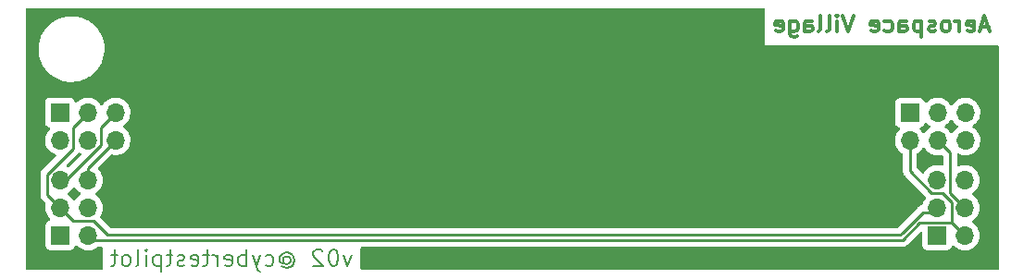
<source format=gbl>
%TF.GenerationSoftware,KiCad,Pcbnew,(6.0.4-0)*%
%TF.CreationDate,2022-05-11T16:28:23-04:00*%
%TF.ProjectId,Remove_Before_Flight,52656d6f-7665-45f4-9265-666f72655f46,v02*%
%TF.SameCoordinates,Original*%
%TF.FileFunction,Copper,L2,Bot*%
%TF.FilePolarity,Positive*%
%FSLAX46Y46*%
G04 Gerber Fmt 4.6, Leading zero omitted, Abs format (unit mm)*
G04 Created by KiCad (PCBNEW (6.0.4-0)) date 2022-05-11 16:28:23*
%MOMM*%
%LPD*%
G01*
G04 APERTURE LIST*
%ADD10C,0.200000*%
%TA.AperFunction,NonConductor*%
%ADD11C,0.200000*%
%TD*%
%ADD12C,0.300000*%
%TA.AperFunction,NonConductor*%
%ADD13C,0.300000*%
%TD*%
%TA.AperFunction,ComponentPad*%
%ADD14R,1.700000X1.700000*%
%TD*%
%TA.AperFunction,ComponentPad*%
%ADD15O,1.700000X1.700000*%
%TD*%
%TA.AperFunction,Conductor*%
%ADD16C,0.254000*%
%TD*%
%TA.AperFunction,Conductor*%
%ADD17C,0.250000*%
%TD*%
G04 APERTURE END LIST*
D10*
D11*
X150296582Y-113142704D02*
X149939439Y-114142704D01*
X149582297Y-113142704D01*
X148725154Y-112642704D02*
X148582297Y-112642704D01*
X148439439Y-112714133D01*
X148368011Y-112785561D01*
X148296582Y-112928418D01*
X148225154Y-113214133D01*
X148225154Y-113571275D01*
X148296582Y-113856990D01*
X148368011Y-113999847D01*
X148439439Y-114071275D01*
X148582297Y-114142704D01*
X148725154Y-114142704D01*
X148868011Y-114071275D01*
X148939439Y-113999847D01*
X149010868Y-113856990D01*
X149082297Y-113571275D01*
X149082297Y-113214133D01*
X149010868Y-112928418D01*
X148939439Y-112785561D01*
X148868011Y-112714133D01*
X148725154Y-112642704D01*
X147653725Y-112785561D02*
X147582297Y-112714133D01*
X147439439Y-112642704D01*
X147082297Y-112642704D01*
X146939439Y-112714133D01*
X146868011Y-112785561D01*
X146796582Y-112928418D01*
X146796582Y-113071275D01*
X146868011Y-113285561D01*
X147725154Y-114142704D01*
X146796582Y-114142704D01*
X144082297Y-113428418D02*
X144153725Y-113356990D01*
X144296582Y-113285561D01*
X144439439Y-113285561D01*
X144582297Y-113356990D01*
X144653725Y-113428418D01*
X144725154Y-113571275D01*
X144725154Y-113714133D01*
X144653725Y-113856990D01*
X144582297Y-113928418D01*
X144439439Y-113999847D01*
X144296582Y-113999847D01*
X144153725Y-113928418D01*
X144082297Y-113856990D01*
X144082297Y-113285561D02*
X144082297Y-113856990D01*
X144010868Y-113928418D01*
X143939439Y-113928418D01*
X143796582Y-113856990D01*
X143725154Y-113714133D01*
X143725154Y-113356990D01*
X143868011Y-113142704D01*
X144082297Y-112999847D01*
X144368011Y-112928418D01*
X144653725Y-112999847D01*
X144868011Y-113142704D01*
X145010868Y-113356990D01*
X145082297Y-113642704D01*
X145010868Y-113928418D01*
X144868011Y-114142704D01*
X144653725Y-114285561D01*
X144368011Y-114356990D01*
X144082297Y-114285561D01*
X143868011Y-114142704D01*
X142439439Y-114071275D02*
X142582297Y-114142704D01*
X142868011Y-114142704D01*
X143010868Y-114071275D01*
X143082297Y-113999847D01*
X143153725Y-113856990D01*
X143153725Y-113428418D01*
X143082297Y-113285561D01*
X143010868Y-113214133D01*
X142868011Y-113142704D01*
X142582297Y-113142704D01*
X142439439Y-113214133D01*
X141939439Y-113142704D02*
X141582297Y-114142704D01*
X141225154Y-113142704D02*
X141582297Y-114142704D01*
X141725154Y-114499847D01*
X141796582Y-114571275D01*
X141939439Y-114642704D01*
X140653725Y-114142704D02*
X140653725Y-112642704D01*
X140653725Y-113214133D02*
X140510868Y-113142704D01*
X140225154Y-113142704D01*
X140082297Y-113214133D01*
X140010868Y-113285561D01*
X139939439Y-113428418D01*
X139939439Y-113856990D01*
X140010868Y-113999847D01*
X140082297Y-114071275D01*
X140225154Y-114142704D01*
X140510868Y-114142704D01*
X140653725Y-114071275D01*
X138725154Y-114071275D02*
X138868011Y-114142704D01*
X139153725Y-114142704D01*
X139296582Y-114071275D01*
X139368011Y-113928418D01*
X139368011Y-113356990D01*
X139296582Y-113214133D01*
X139153725Y-113142704D01*
X138868011Y-113142704D01*
X138725154Y-113214133D01*
X138653725Y-113356990D01*
X138653725Y-113499847D01*
X139368011Y-113642704D01*
X138010868Y-114142704D02*
X138010868Y-113142704D01*
X138010868Y-113428418D02*
X137939439Y-113285561D01*
X137868011Y-113214133D01*
X137725154Y-113142704D01*
X137582297Y-113142704D01*
X137296582Y-113142704D02*
X136725154Y-113142704D01*
X137082297Y-112642704D02*
X137082297Y-113928418D01*
X137010868Y-114071275D01*
X136868011Y-114142704D01*
X136725154Y-114142704D01*
X135653725Y-114071275D02*
X135796582Y-114142704D01*
X136082297Y-114142704D01*
X136225154Y-114071275D01*
X136296582Y-113928418D01*
X136296582Y-113356990D01*
X136225154Y-113214133D01*
X136082297Y-113142704D01*
X135796582Y-113142704D01*
X135653725Y-113214133D01*
X135582297Y-113356990D01*
X135582297Y-113499847D01*
X136296582Y-113642704D01*
X135010868Y-114071275D02*
X134868011Y-114142704D01*
X134582297Y-114142704D01*
X134439439Y-114071275D01*
X134368011Y-113928418D01*
X134368011Y-113856990D01*
X134439439Y-113714133D01*
X134582297Y-113642704D01*
X134796582Y-113642704D01*
X134939439Y-113571275D01*
X135010868Y-113428418D01*
X135010868Y-113356990D01*
X134939439Y-113214133D01*
X134796582Y-113142704D01*
X134582297Y-113142704D01*
X134439439Y-113214133D01*
X133939439Y-113142704D02*
X133368011Y-113142704D01*
X133725154Y-112642704D02*
X133725154Y-113928418D01*
X133653725Y-114071275D01*
X133510868Y-114142704D01*
X133368011Y-114142704D01*
X132868011Y-113142704D02*
X132868011Y-114642704D01*
X132868011Y-113214133D02*
X132725154Y-113142704D01*
X132439439Y-113142704D01*
X132296582Y-113214133D01*
X132225154Y-113285561D01*
X132153725Y-113428418D01*
X132153725Y-113856990D01*
X132225154Y-113999847D01*
X132296582Y-114071275D01*
X132439439Y-114142704D01*
X132725154Y-114142704D01*
X132868011Y-114071275D01*
X131510868Y-114142704D02*
X131510868Y-113142704D01*
X131510868Y-112642704D02*
X131582297Y-112714133D01*
X131510868Y-112785561D01*
X131439439Y-112714133D01*
X131510868Y-112642704D01*
X131510868Y-112785561D01*
X130582297Y-114142704D02*
X130725154Y-114071275D01*
X130796582Y-113928418D01*
X130796582Y-112642704D01*
X129796582Y-114142704D02*
X129939439Y-114071275D01*
X130010868Y-113999847D01*
X130082297Y-113856990D01*
X130082297Y-113428418D01*
X130010868Y-113285561D01*
X129939439Y-113214133D01*
X129796582Y-113142704D01*
X129582297Y-113142704D01*
X129439439Y-113214133D01*
X129368011Y-113285561D01*
X129296582Y-113428418D01*
X129296582Y-113856990D01*
X129368011Y-113999847D01*
X129439439Y-114071275D01*
X129582297Y-114142704D01*
X129796582Y-114142704D01*
X128868011Y-113142704D02*
X128296582Y-113142704D01*
X128653725Y-112642704D02*
X128653725Y-113928418D01*
X128582297Y-114071275D01*
X128439439Y-114142704D01*
X128296582Y-114142704D01*
D12*
D13*
X208546978Y-92259526D02*
X207832692Y-92259526D01*
X208689835Y-92688097D02*
X208189835Y-91188097D01*
X207689835Y-92688097D01*
X206618406Y-92616668D02*
X206761263Y-92688097D01*
X207046978Y-92688097D01*
X207189835Y-92616668D01*
X207261263Y-92473811D01*
X207261263Y-91902383D01*
X207189835Y-91759526D01*
X207046978Y-91688097D01*
X206761263Y-91688097D01*
X206618406Y-91759526D01*
X206546978Y-91902383D01*
X206546978Y-92045240D01*
X207261263Y-92188097D01*
X205904120Y-92688097D02*
X205904120Y-91688097D01*
X205904120Y-91973811D02*
X205832692Y-91830954D01*
X205761263Y-91759526D01*
X205618406Y-91688097D01*
X205475549Y-91688097D01*
X204761263Y-92688097D02*
X204904120Y-92616668D01*
X204975549Y-92545240D01*
X205046977Y-92402383D01*
X205046977Y-91973811D01*
X204975549Y-91830954D01*
X204904120Y-91759526D01*
X204761263Y-91688097D01*
X204546977Y-91688097D01*
X204404120Y-91759526D01*
X204332692Y-91830954D01*
X204261263Y-91973811D01*
X204261263Y-92402383D01*
X204332692Y-92545240D01*
X204404120Y-92616668D01*
X204546977Y-92688097D01*
X204761263Y-92688097D01*
X203689835Y-92616668D02*
X203546977Y-92688097D01*
X203261263Y-92688097D01*
X203118406Y-92616668D01*
X203046977Y-92473811D01*
X203046977Y-92402383D01*
X203118406Y-92259526D01*
X203261263Y-92188097D01*
X203475549Y-92188097D01*
X203618406Y-92116668D01*
X203689835Y-91973811D01*
X203689835Y-91902383D01*
X203618406Y-91759526D01*
X203475549Y-91688097D01*
X203261263Y-91688097D01*
X203118406Y-91759526D01*
X202404120Y-91688097D02*
X202404120Y-93188097D01*
X202404120Y-91759526D02*
X202261263Y-91688097D01*
X201975549Y-91688097D01*
X201832692Y-91759526D01*
X201761263Y-91830954D01*
X201689835Y-91973811D01*
X201689835Y-92402383D01*
X201761263Y-92545240D01*
X201832692Y-92616668D01*
X201975549Y-92688097D01*
X202261263Y-92688097D01*
X202404120Y-92616668D01*
X200404120Y-92688097D02*
X200404120Y-91902383D01*
X200475549Y-91759526D01*
X200618406Y-91688097D01*
X200904120Y-91688097D01*
X201046978Y-91759526D01*
X200404120Y-92616668D02*
X200546978Y-92688097D01*
X200904120Y-92688097D01*
X201046978Y-92616668D01*
X201118406Y-92473811D01*
X201118406Y-92330954D01*
X201046978Y-92188097D01*
X200904120Y-92116668D01*
X200546978Y-92116668D01*
X200404120Y-92045240D01*
X199046978Y-92616668D02*
X199189835Y-92688097D01*
X199475549Y-92688097D01*
X199618406Y-92616668D01*
X199689835Y-92545240D01*
X199761263Y-92402383D01*
X199761263Y-91973811D01*
X199689835Y-91830954D01*
X199618406Y-91759526D01*
X199475549Y-91688097D01*
X199189835Y-91688097D01*
X199046978Y-91759526D01*
X197832692Y-92616668D02*
X197975549Y-92688097D01*
X198261263Y-92688097D01*
X198404120Y-92616668D01*
X198475549Y-92473811D01*
X198475549Y-91902383D01*
X198404120Y-91759526D01*
X198261263Y-91688097D01*
X197975549Y-91688097D01*
X197832692Y-91759526D01*
X197761263Y-91902383D01*
X197761263Y-92045240D01*
X198475549Y-92188097D01*
X196189835Y-91188097D02*
X195689835Y-92688097D01*
X195189835Y-91188097D01*
X194689835Y-92688097D02*
X194689835Y-91688097D01*
X194689835Y-91188097D02*
X194761263Y-91259526D01*
X194689835Y-91330954D01*
X194618406Y-91259526D01*
X194689835Y-91188097D01*
X194689835Y-91330954D01*
X193761263Y-92688097D02*
X193904120Y-92616668D01*
X193975549Y-92473811D01*
X193975549Y-91188097D01*
X192975549Y-92688097D02*
X193118406Y-92616668D01*
X193189835Y-92473811D01*
X193189835Y-91188097D01*
X191761263Y-92688097D02*
X191761263Y-91902383D01*
X191832692Y-91759526D01*
X191975549Y-91688097D01*
X192261263Y-91688097D01*
X192404120Y-91759526D01*
X191761263Y-92616668D02*
X191904120Y-92688097D01*
X192261263Y-92688097D01*
X192404120Y-92616668D01*
X192475549Y-92473811D01*
X192475549Y-92330954D01*
X192404120Y-92188097D01*
X192261263Y-92116668D01*
X191904120Y-92116668D01*
X191761263Y-92045240D01*
X190404120Y-91688097D02*
X190404120Y-92902383D01*
X190475549Y-93045240D01*
X190546978Y-93116668D01*
X190689835Y-93188097D01*
X190904120Y-93188097D01*
X191046978Y-93116668D01*
X190404120Y-92616668D02*
X190546978Y-92688097D01*
X190832692Y-92688097D01*
X190975549Y-92616668D01*
X191046978Y-92545240D01*
X191118406Y-92402383D01*
X191118406Y-91973811D01*
X191046978Y-91830954D01*
X190975549Y-91759526D01*
X190832692Y-91688097D01*
X190546978Y-91688097D01*
X190404120Y-91759526D01*
X189118406Y-92616668D02*
X189261263Y-92688097D01*
X189546978Y-92688097D01*
X189689835Y-92616668D01*
X189761263Y-92473811D01*
X189761263Y-91902383D01*
X189689835Y-91759526D01*
X189546978Y-91688097D01*
X189261263Y-91688097D01*
X189118406Y-91759526D01*
X189046978Y-91902383D01*
X189046978Y-92045240D01*
X189761263Y-92188097D01*
D14*
%TO.P,J1,1,Pin_1*%
%TO.N,Net-(J1-Pad1)*%
X123634464Y-100091262D03*
D15*
%TO.P,J1,2,Pin_2*%
%TO.N,Net-(J1-Pad2)*%
X123634464Y-102631262D03*
%TO.P,J1,3,Pin_3*%
%TO.N,Net-(J1-Pad3)*%
X126174464Y-100091262D03*
%TO.P,J1,4,Pin_4*%
%TO.N,Net-(J1-Pad4)*%
X126174464Y-102631262D03*
%TO.P,J1,5,Pin_5*%
%TO.N,Net-(J1-Pad5)*%
X128714464Y-100091262D03*
%TO.P,J1,6,Pin_6*%
%TO.N,Net-(J1-Pad6)*%
X128714464Y-102631262D03*
%TD*%
D14*
%TO.P,J2,1,Pin_1*%
%TO.N,Net-(J1-Pad1)*%
X201350034Y-100111761D03*
D15*
%TO.P,J2,2,Pin_2*%
%TO.N,Net-(J1-Pad2)*%
X201350034Y-102651761D03*
%TO.P,J2,3,Pin_3*%
%TO.N,Net-(J1-Pad3)*%
X203890034Y-100111761D03*
%TO.P,J2,4,Pin_4*%
%TO.N,Net-(J1-Pad4)*%
X203890034Y-102651761D03*
%TO.P,J2,5,Pin_5*%
%TO.N,Net-(J1-Pad5)*%
X206430034Y-100111761D03*
%TO.P,J2,6,Pin_6*%
%TO.N,Net-(J1-Pad6)*%
X206430034Y-102651761D03*
%TD*%
D14*
%TO.P,J3,1,Pin_1*%
%TO.N,Net-(J1-Pad1)*%
X123645626Y-111353970D03*
D15*
%TO.P,J3,2,Pin_2*%
%TO.N,Net-(J1-Pad2)*%
X126185626Y-111353970D03*
%TO.P,J3,3,Pin_3*%
%TO.N,Net-(J1-Pad3)*%
X123645626Y-108813970D03*
%TO.P,J3,4,Pin_4*%
%TO.N,Net-(J1-Pad4)*%
X126185626Y-108813970D03*
%TO.P,J3,5,Pin_5*%
%TO.N,Net-(J1-Pad5)*%
X123645626Y-106273970D03*
%TO.P,J3,6,Pin_6*%
%TO.N,Net-(J1-Pad6)*%
X126185626Y-106273970D03*
%TD*%
D14*
%TO.P,J4,1,Pin_1*%
%TO.N,Net-(J1-Pad1)*%
X203844843Y-111353879D03*
D15*
%TO.P,J4,2,Pin_2*%
%TO.N,Net-(J1-Pad2)*%
X206384843Y-111353879D03*
%TO.P,J4,3,Pin_3*%
%TO.N,Net-(J1-Pad3)*%
X203844843Y-108813879D03*
%TO.P,J4,4,Pin_4*%
%TO.N,Net-(J1-Pad4)*%
X206384843Y-108813879D03*
%TO.P,J4,5,Pin_5*%
%TO.N,Net-(J1-Pad5)*%
X203844843Y-106273879D03*
%TO.P,J4,6,Pin_6*%
%TO.N,Net-(J1-Pad6)*%
X206384843Y-106273879D03*
%TD*%
D16*
%TO.N,Net-(J1-Pad2)*%
X202242632Y-110177368D02*
X200660000Y-111760000D01*
X126591656Y-111760000D02*
X126185626Y-111353970D01*
X204332171Y-107450390D02*
X205208332Y-108326551D01*
X201350034Y-102651761D02*
X201350034Y-105442909D01*
X205208332Y-110177368D02*
X202242632Y-110177368D01*
X201350034Y-105442909D02*
X203357515Y-107450390D01*
X205208332Y-108326551D02*
X205208332Y-110177368D01*
X203357515Y-107450390D02*
X204332171Y-107450390D01*
X200660000Y-111760000D02*
X126591656Y-111760000D01*
X205208332Y-110177368D02*
X206384843Y-111353879D01*
%TO.N,Net-(J1-Pad3)*%
X200829995Y-110948630D02*
X200682006Y-111096620D01*
X203200000Y-109220000D02*
X202558626Y-109220000D01*
D17*
X124808975Y-103449611D02*
X124808975Y-101456751D01*
X127992124Y-111308480D02*
X200470145Y-111308480D01*
D16*
X201789112Y-109989514D02*
X200829995Y-110948630D01*
D17*
X123645626Y-108813970D02*
X122471115Y-107639459D01*
D16*
X203844843Y-108813879D02*
X203606121Y-108813879D01*
D17*
X122471115Y-107639459D02*
X122471115Y-105787471D01*
X122471115Y-105787471D02*
X124808975Y-103449611D01*
X123645626Y-108813970D02*
X124820137Y-109988481D01*
D16*
X202558626Y-109220000D02*
X201789112Y-109989514D01*
X203606121Y-108813879D02*
X203200000Y-109220000D01*
D17*
X200470145Y-111308480D02*
X200829995Y-110948630D01*
X126672125Y-109988481D02*
X127992124Y-111308480D01*
X124820137Y-109988481D02*
X126672125Y-109988481D01*
D16*
X124808975Y-101456751D02*
X126174464Y-100091262D01*
%TO.N,Net-(J1-Pad4)*%
X205021354Y-107450390D02*
X206384843Y-108813879D01*
X203890034Y-102651761D02*
X205021354Y-103783081D01*
X205021354Y-103783081D02*
X205021354Y-107450390D01*
%TO.N,Net-(J1-Pad5)*%
X127348975Y-101456751D02*
X128714464Y-100091262D01*
D17*
X123645626Y-106273970D02*
X124192766Y-106273970D01*
X124192766Y-106273970D02*
X127348975Y-103117761D01*
D16*
X127348975Y-103117761D02*
X127348975Y-101456751D01*
D17*
%TO.N,Net-(J1-Pad6)*%
X126185626Y-105160100D02*
X126185626Y-106273970D01*
X128714464Y-102631262D02*
X126185626Y-105160100D01*
%TD*%
%TA.AperFunction,NonConductor*%
G36*
X202873184Y-101024887D02*
G01*
X202907851Y-101052875D01*
X202936284Y-101085699D01*
X203108160Y-101228393D01*
X203162542Y-101260171D01*
X203181479Y-101271237D01*
X203230203Y-101322875D01*
X203243274Y-101392658D01*
X203216543Y-101458430D01*
X203176089Y-101491788D01*
X203168267Y-101495860D01*
X203163641Y-101498268D01*
X203159508Y-101501371D01*
X203159505Y-101501373D01*
X203035601Y-101594403D01*
X202984999Y-101632396D01*
X202830663Y-101793899D01*
X202723235Y-101951382D01*
X202668327Y-101996382D01*
X202597802Y-102004553D01*
X202534055Y-101973299D01*
X202513358Y-101948815D01*
X202432856Y-101824378D01*
X202432854Y-101824375D01*
X202430048Y-101820038D01*
X202426566Y-101816211D01*
X202282832Y-101658249D01*
X202251780Y-101594403D01*
X202260175Y-101523904D01*
X202305351Y-101469136D01*
X202331795Y-101455467D01*
X202438331Y-101415528D01*
X202446739Y-101412376D01*
X202563295Y-101325022D01*
X202650649Y-101208466D01*
X202680518Y-101128791D01*
X202694632Y-101091143D01*
X202737274Y-101034379D01*
X202803836Y-101009679D01*
X202873184Y-101024887D01*
G37*
%TD.AperFunction*%
%TA.AperFunction,NonConductor*%
G36*
X205242060Y-100786905D02*
G01*
X205269909Y-100818755D01*
X205330021Y-100916849D01*
X205476284Y-101085699D01*
X205648160Y-101228393D01*
X205702542Y-101260171D01*
X205721479Y-101271237D01*
X205770203Y-101322875D01*
X205783274Y-101392658D01*
X205756543Y-101458430D01*
X205716089Y-101491788D01*
X205708267Y-101495860D01*
X205703641Y-101498268D01*
X205699508Y-101501371D01*
X205699505Y-101501373D01*
X205575601Y-101594403D01*
X205524999Y-101632396D01*
X205370663Y-101793899D01*
X205263235Y-101951382D01*
X205208327Y-101996382D01*
X205137802Y-102004553D01*
X205074055Y-101973299D01*
X205053358Y-101948815D01*
X204972856Y-101824378D01*
X204972854Y-101824375D01*
X204970048Y-101820038D01*
X204819704Y-101654812D01*
X204815653Y-101651613D01*
X204815649Y-101651609D01*
X204648448Y-101519561D01*
X204648444Y-101519559D01*
X204644393Y-101516359D01*
X204603087Y-101493557D01*
X204553118Y-101443125D01*
X204538346Y-101373682D01*
X204563462Y-101307277D01*
X204590814Y-101280670D01*
X204634637Y-101249411D01*
X204769894Y-101152934D01*
X204928130Y-100995250D01*
X205058487Y-100813838D01*
X205059810Y-100814789D01*
X205106679Y-100771618D01*
X205176614Y-100759386D01*
X205242060Y-100786905D01*
G37*
%TD.AperFunction*%
%TA.AperFunction,NonConductor*%
G36*
X125482437Y-103800396D02*
G01*
X125523206Y-103824220D01*
X125571929Y-103875859D01*
X125584999Y-103945642D01*
X125558267Y-104011413D01*
X125548729Y-104022102D01*
X124487799Y-105083032D01*
X124425487Y-105117058D01*
X124354672Y-105111993D01*
X124337811Y-105104246D01*
X124299177Y-105082919D01*
X124249206Y-105032486D01*
X124234434Y-104963043D01*
X124259550Y-104896638D01*
X124270975Y-104883515D01*
X125201222Y-103953268D01*
X125209512Y-103945724D01*
X125215993Y-103941611D01*
X125262634Y-103891943D01*
X125265388Y-103889102D01*
X125285109Y-103869381D01*
X125287587Y-103866186D01*
X125295293Y-103857164D01*
X125325561Y-103824932D01*
X125327630Y-103826875D01*
X125373131Y-103791776D01*
X125443866Y-103785688D01*
X125482437Y-103800396D01*
G37*
%TD.AperFunction*%
%TA.AperFunction,NonConductor*%
G36*
X202702060Y-103326905D02*
G01*
X202729909Y-103358755D01*
X202790021Y-103456849D01*
X202936284Y-103625699D01*
X203108160Y-103768393D01*
X203301034Y-103881099D01*
X203305859Y-103882941D01*
X203305860Y-103882942D01*
X203329434Y-103891944D01*
X203509726Y-103960791D01*
X203514794Y-103961822D01*
X203514797Y-103961823D01*
X203622042Y-103983642D01*
X203728631Y-104005328D01*
X203733806Y-104005518D01*
X203733808Y-104005518D01*
X203946707Y-104013325D01*
X203946711Y-104013325D01*
X203951871Y-104013514D01*
X203956991Y-104012858D01*
X203956993Y-104012858D01*
X204030448Y-104003448D01*
X204173450Y-103985129D01*
X204178403Y-103983643D01*
X204178408Y-103983642D01*
X204208051Y-103974748D01*
X204217685Y-103971858D01*
X204288680Y-103971440D01*
X204342988Y-104003448D01*
X204348949Y-104009409D01*
X204382975Y-104071721D01*
X204385854Y-104098504D01*
X204385854Y-104845936D01*
X204365852Y-104914057D01*
X204312196Y-104960550D01*
X204241922Y-104970654D01*
X204217799Y-104964710D01*
X204193055Y-104955948D01*
X204187966Y-104955041D01*
X204187964Y-104955041D01*
X203978216Y-104917679D01*
X203978210Y-104917678D01*
X203973127Y-104916773D01*
X203899295Y-104915871D01*
X203754924Y-104914107D01*
X203754922Y-104914107D01*
X203749754Y-104914044D01*
X203528934Y-104947834D01*
X203316599Y-105017236D01*
X203290912Y-105030608D01*
X203149455Y-105104246D01*
X203118450Y-105120386D01*
X203114317Y-105123489D01*
X203114314Y-105123491D01*
X202990330Y-105216581D01*
X202939808Y-105254514D01*
X202785472Y-105416017D01*
X202782558Y-105420289D01*
X202782557Y-105420290D01*
X202739853Y-105482892D01*
X202659586Y-105600559D01*
X202657409Y-105605249D01*
X202657405Y-105605256D01*
X202655231Y-105609941D01*
X202608409Y-105663309D01*
X202540166Y-105682892D01*
X202472170Y-105662471D01*
X202451847Y-105645989D01*
X202022439Y-105216581D01*
X201988413Y-105154269D01*
X201985534Y-105127486D01*
X201985534Y-103930996D01*
X202005536Y-103862875D01*
X202046205Y-103823550D01*
X202048028Y-103822657D01*
X202229894Y-103692934D01*
X202388130Y-103535250D01*
X202447628Y-103452450D01*
X202518487Y-103353838D01*
X202519810Y-103354789D01*
X202566679Y-103311618D01*
X202636614Y-103299386D01*
X202702060Y-103326905D01*
G37*
%TD.AperFunction*%
%TA.AperFunction,NonConductor*%
G36*
X124997652Y-106949114D02*
G01*
X125025501Y-106980964D01*
X125085613Y-107079058D01*
X125231876Y-107247908D01*
X125403752Y-107390602D01*
X125474221Y-107431781D01*
X125477071Y-107433446D01*
X125525795Y-107485084D01*
X125538866Y-107554867D01*
X125512135Y-107620639D01*
X125471681Y-107653997D01*
X125459233Y-107660477D01*
X125455100Y-107663580D01*
X125455097Y-107663582D01*
X125302495Y-107778159D01*
X125280591Y-107794605D01*
X125227515Y-107850146D01*
X125133757Y-107948258D01*
X125126255Y-107956108D01*
X125018827Y-108113591D01*
X124963919Y-108158591D01*
X124893394Y-108166762D01*
X124829647Y-108135508D01*
X124808950Y-108111024D01*
X124728448Y-107986587D01*
X124728446Y-107986584D01*
X124725640Y-107982247D01*
X124575296Y-107817021D01*
X124571245Y-107813822D01*
X124571241Y-107813818D01*
X124404040Y-107681770D01*
X124404036Y-107681768D01*
X124399985Y-107678568D01*
X124358679Y-107655766D01*
X124308710Y-107605334D01*
X124293938Y-107535891D01*
X124319054Y-107469486D01*
X124346406Y-107442879D01*
X124390229Y-107411620D01*
X124525486Y-107315143D01*
X124683722Y-107157459D01*
X124814079Y-106976047D01*
X124815402Y-106976998D01*
X124862271Y-106933827D01*
X124932206Y-106921595D01*
X124997652Y-106949114D01*
G37*
%TD.AperFunction*%
%TA.AperFunction,NonConductor*%
G36*
X188044885Y-90528502D02*
G01*
X188091378Y-90582158D01*
X188102764Y-90634500D01*
X188102764Y-93950526D01*
X209365500Y-93950526D01*
X209433621Y-93970528D01*
X209480114Y-94024184D01*
X209491500Y-94076526D01*
X209491500Y-114365500D01*
X209471498Y-114433621D01*
X209417842Y-114480114D01*
X209365500Y-114491500D01*
X151245369Y-114491500D01*
X151177248Y-114471498D01*
X151130755Y-114417842D01*
X151119369Y-114365500D01*
X151119369Y-112521500D01*
X151139371Y-112453379D01*
X151193027Y-112406886D01*
X151245369Y-112395500D01*
X200580980Y-112395500D01*
X200592214Y-112396030D01*
X200599719Y-112397708D01*
X200668012Y-112395562D01*
X200671969Y-112395500D01*
X200699983Y-112395500D01*
X200703908Y-112395004D01*
X200703909Y-112395004D01*
X200704004Y-112394992D01*
X200715849Y-112394059D01*
X200745670Y-112393122D01*
X200752282Y-112392914D01*
X200752283Y-112392914D01*
X200760205Y-112392665D01*
X200779749Y-112386987D01*
X200799112Y-112382977D01*
X200811440Y-112381420D01*
X200811442Y-112381420D01*
X200819299Y-112380427D01*
X200826663Y-112377511D01*
X200826668Y-112377510D01*
X200860556Y-112364093D01*
X200871785Y-112360248D01*
X200888465Y-112355402D01*
X200914393Y-112347869D01*
X200921220Y-112343831D01*
X200921223Y-112343830D01*
X200931906Y-112337512D01*
X200949664Y-112328812D01*
X200961215Y-112324239D01*
X200961221Y-112324235D01*
X200968588Y-112321319D01*
X200978394Y-112314195D01*
X201004488Y-112295236D01*
X201014410Y-112288719D01*
X201045768Y-112270174D01*
X201045772Y-112270171D01*
X201052598Y-112266134D01*
X201066982Y-112251750D01*
X201082016Y-112238909D01*
X201092073Y-112231602D01*
X201098487Y-112226942D01*
X201126778Y-112192744D01*
X201134767Y-112183965D01*
X202271248Y-111047485D01*
X202333560Y-111013459D01*
X202404376Y-111018524D01*
X202461211Y-111061071D01*
X202486022Y-111127591D01*
X202486343Y-111136580D01*
X202486343Y-112252013D01*
X202493098Y-112314195D01*
X202544228Y-112450584D01*
X202631582Y-112567140D01*
X202748138Y-112654494D01*
X202884527Y-112705624D01*
X202946709Y-112712379D01*
X204742977Y-112712379D01*
X204805159Y-112705624D01*
X204941548Y-112654494D01*
X205058104Y-112567140D01*
X205145458Y-112450584D01*
X205165152Y-112398050D01*
X205189441Y-112333261D01*
X205232083Y-112276497D01*
X205298645Y-112251797D01*
X205367993Y-112267005D01*
X205402660Y-112294993D01*
X205431093Y-112327817D01*
X205602969Y-112470511D01*
X205795843Y-112583217D01*
X205800668Y-112585059D01*
X205800669Y-112585060D01*
X205873455Y-112612854D01*
X206004535Y-112662909D01*
X206009603Y-112663940D01*
X206009606Y-112663941D01*
X206116860Y-112685762D01*
X206223440Y-112707446D01*
X206228615Y-112707636D01*
X206228617Y-112707636D01*
X206441516Y-112715443D01*
X206441520Y-112715443D01*
X206446680Y-112715632D01*
X206451800Y-112714976D01*
X206451802Y-112714976D01*
X206663131Y-112687904D01*
X206663132Y-112687904D01*
X206668259Y-112687247D01*
X206673209Y-112685762D01*
X206877272Y-112624540D01*
X206877277Y-112624538D01*
X206882227Y-112623053D01*
X207082837Y-112524775D01*
X207264703Y-112395052D01*
X207282307Y-112377510D01*
X207399703Y-112260523D01*
X207422939Y-112237368D01*
X207458291Y-112188171D01*
X207550278Y-112060156D01*
X207553296Y-112055956D01*
X207652273Y-111855690D01*
X207717213Y-111641948D01*
X207746372Y-111420469D01*
X207747999Y-111353879D01*
X207729695Y-111131240D01*
X207675274Y-110914581D01*
X207586197Y-110709719D01*
X207464857Y-110522156D01*
X207314513Y-110356930D01*
X207310462Y-110353731D01*
X207310458Y-110353727D01*
X207143257Y-110221679D01*
X207143253Y-110221677D01*
X207139202Y-110218477D01*
X207097896Y-110195675D01*
X207047927Y-110145243D01*
X207033155Y-110075800D01*
X207058271Y-110009395D01*
X207085623Y-109982788D01*
X207166581Y-109925041D01*
X207264703Y-109855052D01*
X207328767Y-109791212D01*
X207419278Y-109701016D01*
X207422939Y-109697368D01*
X207553296Y-109515956D01*
X207652273Y-109315690D01*
X207717213Y-109101948D01*
X207746372Y-108880469D01*
X207747999Y-108813879D01*
X207729695Y-108591240D01*
X207675274Y-108374581D01*
X207586197Y-108169719D01*
X207521785Y-108070153D01*
X207467665Y-107986496D01*
X207467663Y-107986493D01*
X207464857Y-107982156D01*
X207314513Y-107816930D01*
X207310462Y-107813731D01*
X207310458Y-107813727D01*
X207143257Y-107681679D01*
X207143253Y-107681677D01*
X207139202Y-107678477D01*
X207097896Y-107655675D01*
X207047927Y-107605243D01*
X207033155Y-107535800D01*
X207058271Y-107469395D01*
X207085623Y-107442788D01*
X207158785Y-107390602D01*
X207264703Y-107315052D01*
X207328769Y-107251210D01*
X207419278Y-107161016D01*
X207422939Y-107157368D01*
X207553296Y-106975956D01*
X207574118Y-106933827D01*
X207649979Y-106780332D01*
X207649980Y-106780330D01*
X207652273Y-106775690D01*
X207717213Y-106561948D01*
X207746372Y-106340469D01*
X207747999Y-106273879D01*
X207729695Y-106051240D01*
X207675274Y-105834581D01*
X207586197Y-105629719D01*
X207493750Y-105486818D01*
X207467665Y-105446496D01*
X207467663Y-105446493D01*
X207464857Y-105442156D01*
X207314513Y-105276930D01*
X207310462Y-105273731D01*
X207310458Y-105273727D01*
X207143257Y-105141679D01*
X207143253Y-105141677D01*
X207139202Y-105138477D01*
X206943632Y-105030517D01*
X206938763Y-105028793D01*
X206938759Y-105028791D01*
X206737930Y-104957674D01*
X206737926Y-104957673D01*
X206733055Y-104955948D01*
X206727962Y-104955041D01*
X206727959Y-104955040D01*
X206518216Y-104917679D01*
X206518210Y-104917678D01*
X206513127Y-104916773D01*
X206439295Y-104915871D01*
X206294924Y-104914107D01*
X206294922Y-104914107D01*
X206289754Y-104914044D01*
X206068934Y-104947834D01*
X205856599Y-105017236D01*
X205841035Y-105025338D01*
X205771377Y-105039052D01*
X205705361Y-105012928D01*
X205663949Y-104955261D01*
X205656854Y-104913576D01*
X205656854Y-103992470D01*
X205676856Y-103924349D01*
X205730512Y-103877856D01*
X205800786Y-103867752D01*
X205837024Y-103878756D01*
X205841034Y-103881099D01*
X206049726Y-103960791D01*
X206054794Y-103961822D01*
X206054797Y-103961823D01*
X206162042Y-103983642D01*
X206268631Y-104005328D01*
X206273806Y-104005518D01*
X206273808Y-104005518D01*
X206486707Y-104013325D01*
X206486711Y-104013325D01*
X206491871Y-104013514D01*
X206496991Y-104012858D01*
X206496993Y-104012858D01*
X206708322Y-103985786D01*
X206708323Y-103985786D01*
X206713450Y-103985129D01*
X206718400Y-103983644D01*
X206922463Y-103922422D01*
X206922468Y-103922420D01*
X206927418Y-103920935D01*
X207128028Y-103822657D01*
X207309894Y-103692934D01*
X207468130Y-103535250D01*
X207527628Y-103452450D01*
X207595469Y-103358038D01*
X207598487Y-103353838D01*
X207606543Y-103337539D01*
X207695170Y-103158214D01*
X207695171Y-103158212D01*
X207697464Y-103153572D01*
X207762404Y-102939830D01*
X207791563Y-102718351D01*
X207793190Y-102651761D01*
X207774886Y-102429122D01*
X207720465Y-102212463D01*
X207631388Y-102007601D01*
X207510048Y-101820038D01*
X207359704Y-101654812D01*
X207355653Y-101651613D01*
X207355649Y-101651609D01*
X207188448Y-101519561D01*
X207188444Y-101519559D01*
X207184393Y-101516359D01*
X207143087Y-101493557D01*
X207093118Y-101443125D01*
X207078346Y-101373682D01*
X207103462Y-101307277D01*
X207130814Y-101280670D01*
X207174637Y-101249411D01*
X207309894Y-101152934D01*
X207468130Y-100995250D01*
X207598487Y-100813838D01*
X207606543Y-100797539D01*
X207695170Y-100618214D01*
X207695171Y-100618212D01*
X207697464Y-100613572D01*
X207762404Y-100399830D01*
X207791563Y-100178351D01*
X207793190Y-100111761D01*
X207774886Y-99889122D01*
X207720465Y-99672463D01*
X207631388Y-99467601D01*
X207510048Y-99280038D01*
X207359704Y-99114812D01*
X207355653Y-99111613D01*
X207355649Y-99111609D01*
X207188448Y-98979561D01*
X207188444Y-98979559D01*
X207184393Y-98976359D01*
X207153060Y-98959062D01*
X207110159Y-98935380D01*
X206988823Y-98868399D01*
X206983954Y-98866675D01*
X206983950Y-98866673D01*
X206783121Y-98795556D01*
X206783117Y-98795555D01*
X206778246Y-98793830D01*
X206773153Y-98792923D01*
X206773150Y-98792922D01*
X206563407Y-98755561D01*
X206563401Y-98755560D01*
X206558318Y-98754655D01*
X206484486Y-98753753D01*
X206340115Y-98751989D01*
X206340113Y-98751989D01*
X206334945Y-98751926D01*
X206114125Y-98785716D01*
X205901790Y-98855118D01*
X205871477Y-98870898D01*
X205708267Y-98955860D01*
X205703641Y-98958268D01*
X205699508Y-98961371D01*
X205699505Y-98961373D01*
X205529134Y-99089291D01*
X205524999Y-99092396D01*
X205521427Y-99096134D01*
X205386177Y-99237665D01*
X205370663Y-99253899D01*
X205263235Y-99411382D01*
X205208327Y-99456382D01*
X205137802Y-99464553D01*
X205074055Y-99433299D01*
X205053358Y-99408815D01*
X204972856Y-99284378D01*
X204972854Y-99284375D01*
X204970048Y-99280038D01*
X204819704Y-99114812D01*
X204815653Y-99111613D01*
X204815649Y-99111609D01*
X204648448Y-98979561D01*
X204648444Y-98979559D01*
X204644393Y-98976359D01*
X204613060Y-98959062D01*
X204570159Y-98935380D01*
X204448823Y-98868399D01*
X204443954Y-98866675D01*
X204443950Y-98866673D01*
X204243121Y-98795556D01*
X204243117Y-98795555D01*
X204238246Y-98793830D01*
X204233153Y-98792923D01*
X204233150Y-98792922D01*
X204023407Y-98755561D01*
X204023401Y-98755560D01*
X204018318Y-98754655D01*
X203944486Y-98753753D01*
X203800115Y-98751989D01*
X203800113Y-98751989D01*
X203794945Y-98751926D01*
X203574125Y-98785716D01*
X203361790Y-98855118D01*
X203331477Y-98870898D01*
X203168267Y-98955860D01*
X203163641Y-98958268D01*
X203159508Y-98961371D01*
X203159505Y-98961373D01*
X202989134Y-99089291D01*
X202984999Y-99092396D01*
X202928571Y-99151445D01*
X202904317Y-99176825D01*
X202842793Y-99212255D01*
X202771880Y-99208798D01*
X202714094Y-99167552D01*
X202695241Y-99134004D01*
X202653801Y-99023464D01*
X202650649Y-99015056D01*
X202563295Y-98898500D01*
X202446739Y-98811146D01*
X202310350Y-98760016D01*
X202248168Y-98753261D01*
X200451900Y-98753261D01*
X200389718Y-98760016D01*
X200253329Y-98811146D01*
X200136773Y-98898500D01*
X200049419Y-99015056D01*
X199998289Y-99151445D01*
X199991534Y-99213627D01*
X199991534Y-101009895D01*
X199998289Y-101072077D01*
X200049419Y-101208466D01*
X200136773Y-101325022D01*
X200253329Y-101412376D01*
X200261738Y-101415528D01*
X200261739Y-101415529D01*
X200370485Y-101456296D01*
X200427250Y-101498937D01*
X200451950Y-101565499D01*
X200436743Y-101634848D01*
X200417350Y-101661329D01*
X200290663Y-101793899D01*
X200287754Y-101798164D01*
X200287748Y-101798172D01*
X200283855Y-101803879D01*
X200164777Y-101978441D01*
X200149037Y-102012351D01*
X200082417Y-102155872D01*
X200070722Y-102181066D01*
X200011023Y-102396331D01*
X199987285Y-102618456D01*
X199987582Y-102623609D01*
X199987582Y-102623612D01*
X199993045Y-102718351D01*
X200000144Y-102841476D01*
X200001281Y-102846522D01*
X200001282Y-102846528D01*
X200018806Y-102924285D01*
X200049256Y-103059400D01*
X200087495Y-103153572D01*
X200126765Y-103250282D01*
X200133300Y-103266377D01*
X200174334Y-103333339D01*
X200247325Y-103452449D01*
X200250021Y-103456849D01*
X200396284Y-103625699D01*
X200568160Y-103768393D01*
X200652106Y-103817447D01*
X200700828Y-103869085D01*
X200714534Y-103926234D01*
X200714534Y-105363889D01*
X200714004Y-105375123D01*
X200712326Y-105382628D01*
X200713812Y-105429905D01*
X200714472Y-105450921D01*
X200714534Y-105454878D01*
X200714534Y-105482892D01*
X200715030Y-105486817D01*
X200715030Y-105486818D01*
X200715042Y-105486913D01*
X200715975Y-105498758D01*
X200717369Y-105543114D01*
X200719581Y-105550726D01*
X200723047Y-105562657D01*
X200727057Y-105582021D01*
X200729607Y-105602208D01*
X200732523Y-105609572D01*
X200732524Y-105609577D01*
X200745941Y-105643465D01*
X200749786Y-105654694D01*
X200754632Y-105671374D01*
X200762165Y-105697302D01*
X200766203Y-105704129D01*
X200766204Y-105704132D01*
X200772522Y-105714815D01*
X200781222Y-105732573D01*
X200785795Y-105744124D01*
X200785799Y-105744130D01*
X200788715Y-105751497D01*
X200793373Y-105757908D01*
X200793374Y-105757910D01*
X200814798Y-105787397D01*
X200821315Y-105797319D01*
X200839860Y-105828677D01*
X200839863Y-105828681D01*
X200843900Y-105835507D01*
X200858284Y-105849891D01*
X200871125Y-105864925D01*
X200883092Y-105881396D01*
X200889200Y-105886449D01*
X200917289Y-105909686D01*
X200926069Y-105917676D01*
X202785814Y-107777422D01*
X202819840Y-107839734D01*
X202814775Y-107910550D01*
X202791528Y-107947633D01*
X202792300Y-107948258D01*
X202789043Y-107952280D01*
X202785472Y-107956017D01*
X202782558Y-107960289D01*
X202782557Y-107960290D01*
X202697398Y-108085128D01*
X202659586Y-108140559D01*
X202565531Y-108343184D01*
X202543683Y-108421964D01*
X202520294Y-108506301D01*
X202482815Y-108566598D01*
X202414669Y-108597634D01*
X202407193Y-108598578D01*
X202407183Y-108598581D01*
X202399327Y-108599573D01*
X202391963Y-108602489D01*
X202391958Y-108602490D01*
X202358070Y-108615907D01*
X202346841Y-108619752D01*
X202332867Y-108623812D01*
X202304233Y-108632131D01*
X202297407Y-108636168D01*
X202286717Y-108642490D01*
X202268967Y-108651187D01*
X202250038Y-108658681D01*
X202243622Y-108663342D01*
X202243621Y-108663343D01*
X202214145Y-108684759D01*
X202204221Y-108691278D01*
X202172850Y-108709830D01*
X202172845Y-108709834D01*
X202166027Y-108713866D01*
X202151640Y-108728253D01*
X202136606Y-108741094D01*
X202120139Y-108753058D01*
X202115086Y-108759166D01*
X202091854Y-108787249D01*
X202083864Y-108796029D01*
X200437401Y-110442492D01*
X200437395Y-110442497D01*
X200241819Y-110638075D01*
X200179507Y-110672100D01*
X200152723Y-110674980D01*
X128306719Y-110674980D01*
X128238598Y-110654978D01*
X128217624Y-110638075D01*
X127321694Y-109742145D01*
X127287668Y-109679833D01*
X127292733Y-109609018D01*
X127308467Y-109579524D01*
X127351056Y-109520255D01*
X127351060Y-109520249D01*
X127354079Y-109516047D01*
X127453056Y-109315781D01*
X127517996Y-109102039D01*
X127547155Y-108880560D01*
X127548782Y-108813970D01*
X127530478Y-108591331D01*
X127476057Y-108374672D01*
X127386980Y-108169810D01*
X127297064Y-108030821D01*
X127268448Y-107986587D01*
X127268446Y-107986584D01*
X127265640Y-107982247D01*
X127115296Y-107817021D01*
X127111245Y-107813822D01*
X127111241Y-107813818D01*
X126944040Y-107681770D01*
X126944036Y-107681768D01*
X126939985Y-107678568D01*
X126898679Y-107655766D01*
X126848710Y-107605334D01*
X126833938Y-107535891D01*
X126859054Y-107469486D01*
X126886406Y-107442879D01*
X126930229Y-107411620D01*
X127065486Y-107315143D01*
X127223722Y-107157459D01*
X127354079Y-106976047D01*
X127374946Y-106933827D01*
X127450762Y-106780423D01*
X127450763Y-106780421D01*
X127453056Y-106775781D01*
X127517996Y-106562039D01*
X127547155Y-106340560D01*
X127548782Y-106273970D01*
X127530478Y-106051331D01*
X127476057Y-105834672D01*
X127386980Y-105629810D01*
X127294536Y-105486913D01*
X127268448Y-105446587D01*
X127268446Y-105446584D01*
X127265640Y-105442247D01*
X127262166Y-105438429D01*
X127262159Y-105438420D01*
X127124400Y-105287025D01*
X127093348Y-105223180D01*
X127101744Y-105152681D01*
X127128499Y-105113131D01*
X128259013Y-103982617D01*
X128321325Y-103948591D01*
X128373226Y-103948241D01*
X128553061Y-103984829D01*
X128558236Y-103985019D01*
X128558238Y-103985019D01*
X128771137Y-103992826D01*
X128771141Y-103992826D01*
X128776301Y-103993015D01*
X128781421Y-103992359D01*
X128781423Y-103992359D01*
X128992752Y-103965287D01*
X128992753Y-103965287D01*
X128997880Y-103964630D01*
X129016826Y-103958946D01*
X129206893Y-103901923D01*
X129206898Y-103901921D01*
X129211848Y-103900436D01*
X129412458Y-103802158D01*
X129594324Y-103672435D01*
X129752560Y-103514751D01*
X129812058Y-103431951D01*
X129879899Y-103337539D01*
X129882917Y-103333339D01*
X129916012Y-103266377D01*
X129979600Y-103137715D01*
X129979601Y-103137713D01*
X129981894Y-103133073D01*
X130046834Y-102919331D01*
X130075993Y-102697852D01*
X130077620Y-102631262D01*
X130059316Y-102408623D01*
X130004895Y-102191964D01*
X129915818Y-101987102D01*
X129810547Y-101824378D01*
X129797286Y-101803879D01*
X129797284Y-101803876D01*
X129794478Y-101799539D01*
X129644134Y-101634313D01*
X129640083Y-101631114D01*
X129640079Y-101631110D01*
X129472878Y-101499062D01*
X129472874Y-101499060D01*
X129468823Y-101495860D01*
X129427517Y-101473058D01*
X129377548Y-101422626D01*
X129362776Y-101353183D01*
X129387892Y-101286778D01*
X129415244Y-101260171D01*
X129459795Y-101228393D01*
X129594324Y-101132435D01*
X129752560Y-100974751D01*
X129882917Y-100793339D01*
X129916012Y-100726377D01*
X129979600Y-100597715D01*
X129979601Y-100597713D01*
X129981894Y-100593073D01*
X130046834Y-100379331D01*
X130075993Y-100157852D01*
X130077620Y-100091262D01*
X130059316Y-99868623D01*
X130004895Y-99651964D01*
X129915818Y-99447102D01*
X129810547Y-99284378D01*
X129797286Y-99263879D01*
X129797284Y-99263876D01*
X129794478Y-99259539D01*
X129644134Y-99094313D01*
X129640083Y-99091114D01*
X129640079Y-99091110D01*
X129472878Y-98959062D01*
X129472874Y-98959060D01*
X129468823Y-98955860D01*
X129273253Y-98847900D01*
X129268384Y-98846176D01*
X129268380Y-98846174D01*
X129067551Y-98775057D01*
X129067547Y-98775056D01*
X129062676Y-98773331D01*
X129057583Y-98772424D01*
X129057580Y-98772423D01*
X128847837Y-98735062D01*
X128847831Y-98735061D01*
X128842748Y-98734156D01*
X128768916Y-98733254D01*
X128624545Y-98731490D01*
X128624543Y-98731490D01*
X128619375Y-98731427D01*
X128398555Y-98765217D01*
X128186220Y-98834619D01*
X127988071Y-98937769D01*
X127983938Y-98940872D01*
X127983935Y-98940874D01*
X127813564Y-99068792D01*
X127809429Y-99071897D01*
X127805857Y-99075635D01*
X127673989Y-99213627D01*
X127655093Y-99233400D01*
X127547665Y-99390883D01*
X127492757Y-99435883D01*
X127422232Y-99444054D01*
X127358485Y-99412800D01*
X127337788Y-99388316D01*
X127257286Y-99263879D01*
X127257284Y-99263876D01*
X127254478Y-99259539D01*
X127104134Y-99094313D01*
X127100083Y-99091114D01*
X127100079Y-99091110D01*
X126932878Y-98959062D01*
X126932874Y-98959060D01*
X126928823Y-98955860D01*
X126733253Y-98847900D01*
X126728384Y-98846176D01*
X126728380Y-98846174D01*
X126527551Y-98775057D01*
X126527547Y-98775056D01*
X126522676Y-98773331D01*
X126517583Y-98772424D01*
X126517580Y-98772423D01*
X126307837Y-98735062D01*
X126307831Y-98735061D01*
X126302748Y-98734156D01*
X126228916Y-98733254D01*
X126084545Y-98731490D01*
X126084543Y-98731490D01*
X126079375Y-98731427D01*
X125858555Y-98765217D01*
X125646220Y-98834619D01*
X125448071Y-98937769D01*
X125443938Y-98940872D01*
X125443935Y-98940874D01*
X125273564Y-99068792D01*
X125269429Y-99071897D01*
X125213001Y-99130946D01*
X125188747Y-99156326D01*
X125127223Y-99191756D01*
X125056310Y-99188299D01*
X124998524Y-99147053D01*
X124979671Y-99113505D01*
X124938231Y-99002965D01*
X124935079Y-98994557D01*
X124847725Y-98878001D01*
X124731169Y-98790647D01*
X124594780Y-98739517D01*
X124532598Y-98732762D01*
X122736330Y-98732762D01*
X122674148Y-98739517D01*
X122537759Y-98790647D01*
X122421203Y-98878001D01*
X122333849Y-98994557D01*
X122282719Y-99130946D01*
X122275964Y-99193128D01*
X122275964Y-100989396D01*
X122282719Y-101051578D01*
X122333849Y-101187967D01*
X122421203Y-101304523D01*
X122537759Y-101391877D01*
X122546168Y-101395029D01*
X122546169Y-101395030D01*
X122654915Y-101435797D01*
X122711680Y-101478438D01*
X122736380Y-101545000D01*
X122721173Y-101614349D01*
X122701780Y-101640830D01*
X122575093Y-101773400D01*
X122572179Y-101777672D01*
X122572178Y-101777673D01*
X122543279Y-101820038D01*
X122449207Y-101957942D01*
X122355152Y-102160567D01*
X122295453Y-102375832D01*
X122271715Y-102597957D01*
X122272012Y-102603110D01*
X122272012Y-102603113D01*
X122278657Y-102718351D01*
X122284574Y-102820977D01*
X122285711Y-102826023D01*
X122285712Y-102826029D01*
X122290332Y-102846528D01*
X122333686Y-103038901D01*
X122417730Y-103245878D01*
X122420429Y-103250282D01*
X122486462Y-103358038D01*
X122534451Y-103436350D01*
X122680714Y-103605200D01*
X122852590Y-103747894D01*
X123045464Y-103860600D01*
X123050289Y-103862442D01*
X123050290Y-103862443D01*
X123194296Y-103917434D01*
X123250799Y-103960422D01*
X123275092Y-104027133D01*
X123259462Y-104096388D01*
X123238442Y-104124239D01*
X122078862Y-105283819D01*
X122070576Y-105291359D01*
X122064097Y-105295471D01*
X122058672Y-105301248D01*
X122017472Y-105345122D01*
X122014717Y-105347964D01*
X121994980Y-105367701D01*
X121992500Y-105370898D01*
X121984797Y-105379918D01*
X121954529Y-105412150D01*
X121950710Y-105419096D01*
X121950708Y-105419099D01*
X121944767Y-105429905D01*
X121933916Y-105446424D01*
X121921501Y-105462430D01*
X121918356Y-105469699D01*
X121918353Y-105469703D01*
X121903941Y-105503008D01*
X121898724Y-105513658D01*
X121877420Y-105552411D01*
X121875449Y-105560086D01*
X121875449Y-105560087D01*
X121872382Y-105572033D01*
X121865978Y-105590737D01*
X121857934Y-105609326D01*
X121856695Y-105617149D01*
X121856692Y-105617159D01*
X121851016Y-105652995D01*
X121848610Y-105664615D01*
X121837615Y-105707441D01*
X121837615Y-105727695D01*
X121836064Y-105747405D01*
X121832895Y-105767414D01*
X121833641Y-105775306D01*
X121837056Y-105811432D01*
X121837615Y-105823290D01*
X121837615Y-107560692D01*
X121837088Y-107571875D01*
X121835413Y-107579368D01*
X121835662Y-107587294D01*
X121835662Y-107587295D01*
X121837553Y-107647445D01*
X121837615Y-107651404D01*
X121837615Y-107679315D01*
X121838112Y-107683249D01*
X121838112Y-107683250D01*
X121838120Y-107683315D01*
X121839053Y-107695152D01*
X121840442Y-107739348D01*
X121846093Y-107758798D01*
X121850102Y-107778159D01*
X121852641Y-107798256D01*
X121855560Y-107805627D01*
X121855560Y-107805629D01*
X121868919Y-107839371D01*
X121872764Y-107850601D01*
X121885097Y-107893052D01*
X121889130Y-107899871D01*
X121889132Y-107899876D01*
X121895408Y-107910487D01*
X121904103Y-107928235D01*
X121911563Y-107947076D01*
X121916225Y-107953492D01*
X121916225Y-107953493D01*
X121937551Y-107982846D01*
X121944067Y-107992766D01*
X121966573Y-108030821D01*
X121980894Y-108045142D01*
X121993734Y-108060175D01*
X122005643Y-108076566D01*
X122011749Y-108081617D01*
X122039720Y-108104757D01*
X122048499Y-108112747D01*
X122295404Y-108359652D01*
X122329430Y-108421964D01*
X122327726Y-108482418D01*
X122306615Y-108558540D01*
X122306067Y-108563670D01*
X122306066Y-108563674D01*
X122300073Y-108619752D01*
X122282877Y-108780665D01*
X122283174Y-108785818D01*
X122283174Y-108785821D01*
X122288637Y-108880560D01*
X122295736Y-109003685D01*
X122296873Y-109008731D01*
X122296874Y-109008737D01*
X122316725Y-109096818D01*
X122344848Y-109221609D01*
X122428892Y-109428586D01*
X122431591Y-109432990D01*
X122539461Y-109609018D01*
X122545613Y-109619058D01*
X122691876Y-109787908D01*
X122695856Y-109791212D01*
X122700607Y-109795157D01*
X122740242Y-109854060D01*
X122741739Y-109925041D01*
X122704623Y-109985563D01*
X122664350Y-110010082D01*
X122548921Y-110053355D01*
X122432365Y-110140709D01*
X122345011Y-110257265D01*
X122293881Y-110393654D01*
X122287126Y-110455836D01*
X122287126Y-112252104D01*
X122293881Y-112314286D01*
X122345011Y-112450675D01*
X122432365Y-112567231D01*
X122548921Y-112654585D01*
X122685310Y-112705715D01*
X122741186Y-112711785D01*
X122743258Y-112712010D01*
X122747492Y-112712470D01*
X124543760Y-112712470D01*
X124547995Y-112712010D01*
X124550066Y-112711785D01*
X124605942Y-112705715D01*
X124742331Y-112654585D01*
X124858887Y-112567231D01*
X124946241Y-112450675D01*
X124965969Y-112398050D01*
X124990224Y-112333352D01*
X125032866Y-112276588D01*
X125099428Y-112251888D01*
X125168776Y-112267096D01*
X125203443Y-112295084D01*
X125231876Y-112327908D01*
X125403752Y-112470602D01*
X125596626Y-112583308D01*
X125805318Y-112663000D01*
X125810386Y-112664031D01*
X125810389Y-112664032D01*
X125917196Y-112685762D01*
X126024223Y-112707537D01*
X126029398Y-112707727D01*
X126029400Y-112707727D01*
X126242299Y-112715534D01*
X126242303Y-112715534D01*
X126247463Y-112715723D01*
X126252583Y-112715067D01*
X126252585Y-112715067D01*
X126463914Y-112687995D01*
X126463915Y-112687995D01*
X126469042Y-112687338D01*
X126474295Y-112685762D01*
X126678055Y-112624631D01*
X126678060Y-112624629D01*
X126683010Y-112623144D01*
X126883620Y-112524866D01*
X127032150Y-112418921D01*
X127105319Y-112395500D01*
X127419226Y-112395500D01*
X127487347Y-112415502D01*
X127533840Y-112469158D01*
X127545226Y-112521500D01*
X127545226Y-114365500D01*
X127525224Y-114433621D01*
X127471568Y-114480114D01*
X127419226Y-114491500D01*
X120634500Y-114491500D01*
X120566379Y-114471498D01*
X120519886Y-114417842D01*
X120508500Y-114365500D01*
X120508500Y-94185224D01*
X121680173Y-94185224D01*
X121680268Y-94188853D01*
X121680268Y-94188855D01*
X121681014Y-94217326D01*
X121681014Y-94217328D01*
X121687680Y-94471887D01*
X121689255Y-94532054D01*
X121738141Y-94875543D01*
X121826182Y-95211136D01*
X121952212Y-95534386D01*
X121953909Y-95537591D01*
X122087398Y-95789708D01*
X122114560Y-95841009D01*
X122116610Y-95843992D01*
X122116612Y-95843995D01*
X122309018Y-96123947D01*
X122309024Y-96123954D01*
X122311075Y-96126939D01*
X122539151Y-96388388D01*
X122541836Y-96390831D01*
X122751553Y-96581658D01*
X122795766Y-96621889D01*
X123077518Y-96824349D01*
X123380673Y-96993083D01*
X123701213Y-97125855D01*
X123704707Y-97126850D01*
X123704709Y-97126851D01*
X124031388Y-97219908D01*
X124031393Y-97219909D01*
X124034889Y-97220905D01*
X124231589Y-97253116D01*
X124373697Y-97276387D01*
X124373704Y-97276388D01*
X124377278Y-97276973D01*
X124550561Y-97285145D01*
X124720216Y-97293146D01*
X124720217Y-97293146D01*
X124723843Y-97293317D01*
X124732700Y-97292713D01*
X125066358Y-97269967D01*
X125066366Y-97269966D01*
X125069989Y-97269719D01*
X125073564Y-97269056D01*
X125073567Y-97269056D01*
X125407564Y-97207153D01*
X125407568Y-97207152D01*
X125411129Y-97206492D01*
X125742741Y-97104475D01*
X126060430Y-96965019D01*
X126304796Y-96822224D01*
X126356845Y-96791809D01*
X126356847Y-96791808D01*
X126359985Y-96789974D01*
X126362894Y-96787790D01*
X126634529Y-96583841D01*
X126634533Y-96583838D01*
X126637436Y-96581658D01*
X126889104Y-96342833D01*
X127111655Y-96076666D01*
X127302138Y-95786682D01*
X127433723Y-95525054D01*
X127456402Y-95479963D01*
X127456405Y-95479955D01*
X127458029Y-95476727D01*
X127459274Y-95473325D01*
X127576014Y-95154320D01*
X127576015Y-95154316D01*
X127577262Y-95150909D01*
X127578107Y-95147387D01*
X127578110Y-95147379D01*
X127657409Y-94817074D01*
X127657410Y-94817070D01*
X127658256Y-94813545D01*
X127658693Y-94809935D01*
X127699601Y-94471887D01*
X127699601Y-94471880D01*
X127699937Y-94469108D01*
X127705884Y-94279883D01*
X127702277Y-94217326D01*
X127686121Y-93937129D01*
X127686120Y-93937124D01*
X127685912Y-93933509D01*
X127626261Y-93591725D01*
X127527722Y-93259063D01*
X127526298Y-93255724D01*
X127393025Y-92943269D01*
X127393023Y-92943266D01*
X127391601Y-92939931D01*
X127341854Y-92852714D01*
X127221493Y-92641699D01*
X127219702Y-92638559D01*
X127014303Y-92358943D01*
X126778127Y-92104787D01*
X126514304Y-91879461D01*
X126226332Y-91685952D01*
X125918026Y-91526823D01*
X125593474Y-91404185D01*
X125589953Y-91403301D01*
X125589948Y-91403299D01*
X125428663Y-91362787D01*
X125256977Y-91319663D01*
X125234761Y-91316738D01*
X124916600Y-91274851D01*
X124916592Y-91274850D01*
X124912996Y-91274377D01*
X124768330Y-91272104D01*
X124569731Y-91268984D01*
X124569727Y-91268984D01*
X124566089Y-91268927D01*
X124562475Y-91269288D01*
X124562469Y-91269288D01*
X124319128Y-91293577D01*
X124220854Y-91303386D01*
X123881868Y-91377297D01*
X123878441Y-91378470D01*
X123878435Y-91378472D01*
X123799581Y-91405470D01*
X123553624Y-91489680D01*
X123240473Y-91639046D01*
X122946564Y-91823415D01*
X122943728Y-91825687D01*
X122943721Y-91825692D01*
X122699669Y-92021215D01*
X122675794Y-92040342D01*
X122431751Y-92286954D01*
X122429510Y-92289812D01*
X122373017Y-92361861D01*
X122217671Y-92559981D01*
X122215778Y-92563070D01*
X122215776Y-92563073D01*
X122169518Y-92638559D01*
X122036390Y-92855804D01*
X122034865Y-92859089D01*
X122034863Y-92859093D01*
X121995790Y-92943269D01*
X121890312Y-93170503D01*
X121781372Y-93499906D01*
X121711015Y-93839647D01*
X121680173Y-94185224D01*
X120508500Y-94185224D01*
X120508500Y-90634500D01*
X120528502Y-90566379D01*
X120582158Y-90519886D01*
X120634500Y-90508500D01*
X187976764Y-90508500D01*
X188044885Y-90528502D01*
G37*
%TD.AperFunction*%
M02*

</source>
